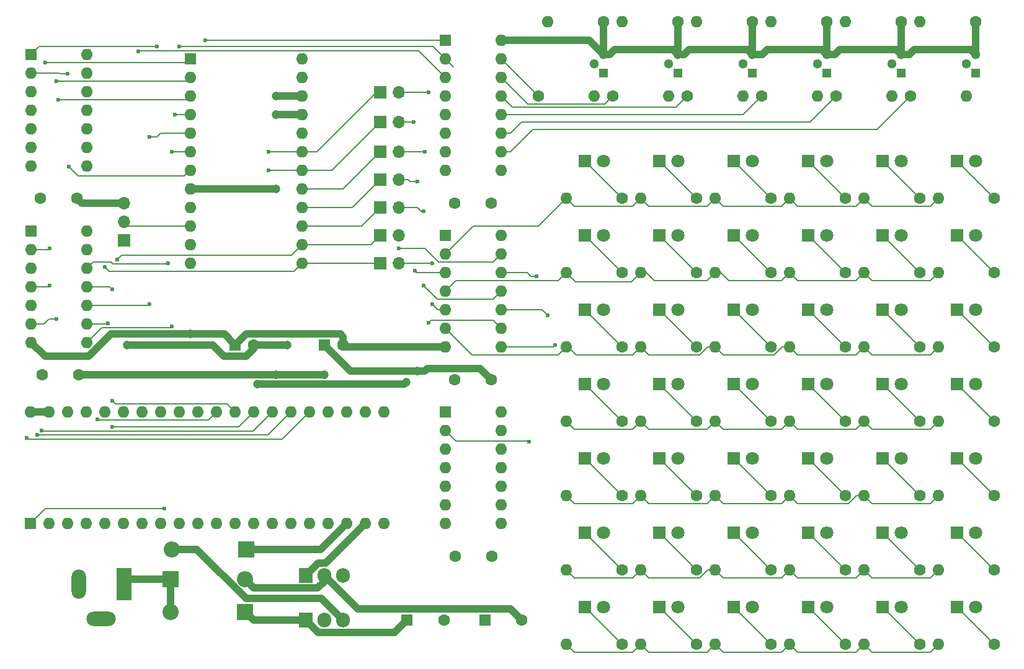
<source format=gbr>
%TF.GenerationSoftware,KiCad,Pcbnew,8.0.8*%
%TF.CreationDate,2025-02-09T10:31:20+01:00*%
%TF.ProjectId,MK23xxCharGenReadout,4d4b3233-7878-4436-9861-7247656e5265,rev?*%
%TF.SameCoordinates,Original*%
%TF.FileFunction,Copper,L1,Top*%
%TF.FilePolarity,Positive*%
%FSLAX46Y46*%
G04 Gerber Fmt 4.6, Leading zero omitted, Abs format (unit mm)*
G04 Created by KiCad (PCBNEW 8.0.8) date 2025-02-09 10:31:20*
%MOMM*%
%LPD*%
G01*
G04 APERTURE LIST*
%TA.AperFunction,ComponentPad*%
%ADD10R,1.800000X1.800000*%
%TD*%
%TA.AperFunction,ComponentPad*%
%ADD11C,1.800000*%
%TD*%
%TA.AperFunction,ComponentPad*%
%ADD12C,1.600000*%
%TD*%
%TA.AperFunction,ComponentPad*%
%ADD13O,1.600000X1.600000*%
%TD*%
%TA.AperFunction,ComponentPad*%
%ADD14R,1.600000X1.600000*%
%TD*%
%TA.AperFunction,ComponentPad*%
%ADD15R,1.700000X1.700000*%
%TD*%
%TA.AperFunction,ComponentPad*%
%ADD16O,1.700000X1.700000*%
%TD*%
%TA.AperFunction,ComponentPad*%
%ADD17R,1.300000X1.300000*%
%TD*%
%TA.AperFunction,ComponentPad*%
%ADD18C,1.300000*%
%TD*%
%TA.AperFunction,ComponentPad*%
%ADD19R,2.000000X4.500000*%
%TD*%
%TA.AperFunction,ComponentPad*%
%ADD20O,2.000000X4.000000*%
%TD*%
%TA.AperFunction,ComponentPad*%
%ADD21O,4.000000X2.000000*%
%TD*%
%TA.AperFunction,ComponentPad*%
%ADD22R,1.905000X2.000000*%
%TD*%
%TA.AperFunction,ComponentPad*%
%ADD23O,1.905000X2.000000*%
%TD*%
%TA.AperFunction,ComponentPad*%
%ADD24R,2.200000X2.200000*%
%TD*%
%TA.AperFunction,ComponentPad*%
%ADD25O,2.200000X2.200000*%
%TD*%
%TA.AperFunction,ViaPad*%
%ADD26C,1.200000*%
%TD*%
%TA.AperFunction,ViaPad*%
%ADD27C,0.600000*%
%TD*%
%TA.AperFunction,Conductor*%
%ADD28C,1.000000*%
%TD*%
%TA.AperFunction,Conductor*%
%ADD29C,0.200000*%
%TD*%
G04 APERTURE END LIST*
D10*
%TO.P,D15,1,K*%
%TO.N,Net-(D15-K)*%
X195580000Y-107950000D03*
D11*
%TO.P,D15,2,A*%
%TO.N,Net-(D11-A)*%
X198120000Y-107950000D03*
%TD*%
D10*
%TO.P,D8,1,K*%
%TO.N,Net-(D8-K)*%
X185415000Y-107950000D03*
D11*
%TO.P,D8,2,A*%
%TO.N,Net-(D10-A)*%
X187955000Y-107950000D03*
%TD*%
D10*
%TO.P,D19,1,K*%
%TO.N,Net-(D19-K)*%
X205740000Y-77470000D03*
D11*
%TO.P,D19,2,A*%
%TO.N,Net-(D18-A)*%
X208280000Y-77470000D03*
%TD*%
D12*
%TO.P,R1,1*%
%TO.N,Net-(U5-O0)*%
X179070000Y-58420000D03*
D13*
%TO.P,R1,2*%
%TO.N,Net-(Q1-B)*%
X186690000Y-58420000D03*
%TD*%
D14*
%TO.P,C1,1*%
%TO.N,Net-(D3-K)*%
X161173349Y-130048000D03*
D12*
%TO.P,C1,2*%
%TO.N,GND*%
X166173349Y-130048000D03*
%TD*%
%TO.P,C9,1*%
%TO.N,+5V*%
X116332000Y-96520000D03*
%TO.P,C9,2*%
%TO.N,GND*%
X111332000Y-96520000D03*
%TD*%
D10*
%TO.P,D45,1,K*%
%TO.N,Net-(D45-K)*%
X236220000Y-128270000D03*
D11*
%TO.P,D45,2,A*%
%TO.N,Net-(D39-A)*%
X238760000Y-128270000D03*
%TD*%
D10*
%TO.P,D7,1,K*%
%TO.N,Net-(D7-K)*%
X185415000Y-97790000D03*
D11*
%TO.P,D7,2,A*%
%TO.N,Net-(D10-A)*%
X187955000Y-97790000D03*
%TD*%
D15*
%TO.P,OUT1,1,A*%
%TO.N,/OUT1*%
X157480000Y-61976000D03*
D16*
%TO.P,OUT1,2,B*%
%TO.N,Net-(OUT1-B)*%
X160020000Y-61976000D03*
%TD*%
D14*
%TO.P,U2,1,PB12*%
%TO.N,/CARRY*%
X109728000Y-116840000D03*
D13*
%TO.P,U2,2,PB13*%
%TO.N,unconnected-(U2-PB13-Pad2)*%
X112268000Y-116840000D03*
%TO.P,U2,3,PB14*%
%TO.N,unconnected-(U2-PB14-Pad3)*%
X114808000Y-116840000D03*
%TO.P,U2,4,PB15*%
%TO.N,unconnected-(U2-PB15-Pad4)*%
X117348000Y-116840000D03*
%TO.P,U2,5,PA8*%
%TO.N,/CNT2*%
X119888000Y-116840000D03*
%TO.P,U2,6,PA9*%
%TO.N,unconnected-(U2-PA9-Pad6)*%
X122428000Y-116840000D03*
%TO.P,U2,7,PA10*%
%TO.N,unconnected-(U2-PA10-Pad7)*%
X124968000Y-116840000D03*
%TO.P,U2,8,PA11*%
%TO.N,unconnected-(U2-PA11-Pad8)*%
X127508000Y-116840000D03*
%TO.P,U2,9,PA12*%
%TO.N,unconnected-(U2-PA12-Pad9)*%
X130048000Y-116840000D03*
%TO.P,U2,10,PA15*%
%TO.N,unconnected-(U2-PA15-Pad10)*%
X132588000Y-116840000D03*
%TO.P,U2,11,PB3*%
%TO.N,unconnected-(U2-PB3-Pad11)*%
X135128000Y-116840000D03*
%TO.P,U2,12,PB4*%
%TO.N,unconnected-(U2-PB4-Pad12)*%
X137668000Y-116840000D03*
%TO.P,U2,13,PB5*%
%TO.N,/OUT0*%
X140208000Y-116840000D03*
%TO.P,U2,14,PB6*%
%TO.N,/OUT1*%
X142748000Y-116840000D03*
%TO.P,U2,15,PB7*%
%TO.N,/OUT2*%
X145288000Y-116840000D03*
%TO.P,U2,16,PB8*%
%TO.N,/OUT3*%
X147828000Y-116840000D03*
%TO.P,U2,17,PB9*%
%TO.N,/OUT4*%
X150368000Y-116840000D03*
%TO.P,U2,18,5V*%
%TO.N,Net-(D1-K)*%
X152908000Y-116840000D03*
%TO.P,U2,19,GND*%
%TO.N,GND*%
X155448000Y-116840000D03*
%TO.P,U2,20,3V3*%
%TO.N,unconnected-(U2-3V3-Pad20)*%
X157988000Y-116840000D03*
%TO.P,U2,21,VBAT*%
%TO.N,unconnected-(U2-VBAT-Pad21)*%
X157988000Y-101600000D03*
%TO.P,U2,22,PC13*%
%TO.N,unconnected-(U2-PC13-Pad22)*%
X155448000Y-101600000D03*
%TO.P,U2,23,PC14*%
%TO.N,unconnected-(U2-PC14-Pad23)*%
X152908000Y-101600000D03*
%TO.P,U2,24,PC15*%
%TO.N,unconnected-(U2-PC15-Pad24)*%
X150368000Y-101600000D03*
%TO.P,U2,25,PA0*%
%TO.N,/IN0*%
X147828000Y-101600000D03*
%TO.P,U2,26,PA1*%
%TO.N,/IN1*%
X145288000Y-101600000D03*
%TO.P,U2,27,PA2*%
%TO.N,/IN2*%
X142748000Y-101600000D03*
%TO.P,U2,28,PA3*%
%TO.N,/IN3*%
X140208000Y-101600000D03*
%TO.P,U2,29,PA4*%
%TO.N,/IN4*%
X137668000Y-101600000D03*
%TO.P,U2,30,PA5*%
%TO.N,/IN5*%
X135128000Y-101600000D03*
%TO.P,U2,31,PA6*%
%TO.N,/CNT0*%
X132588000Y-101600000D03*
%TO.P,U2,32,PA7*%
%TO.N,/CNT1*%
X130048000Y-101600000D03*
%TO.P,U2,33,PB0*%
%TO.N,/CLK*%
X127508000Y-101600000D03*
%TO.P,U2,34,PB1*%
%TO.N,unconnected-(U2-PB1-Pad34)*%
X124968000Y-101600000D03*
%TO.P,U2,35,PB10*%
%TO.N,/OUT5*%
X122428000Y-101600000D03*
%TO.P,U2,36,PB11*%
%TO.N,/OUT6*%
X119888000Y-101600000D03*
%TO.P,U2,37,NRST*%
%TO.N,unconnected-(U2-NRST-Pad37)*%
X117348000Y-101600000D03*
%TO.P,U2,38,3V3*%
%TO.N,unconnected-(U2-3V3-Pad38)*%
X114808000Y-101600000D03*
%TO.P,U2,39,GND*%
%TO.N,GND*%
X112268000Y-101600000D03*
%TO.P,U2,40,GND*%
X109728000Y-101600000D03*
%TD*%
D12*
%TO.P,R12,1*%
%TO.N,Net-(D9-K)*%
X190500000Y-123190000D03*
D13*
%TO.P,R12,2*%
%TO.N,Net-(R12-Pad2)*%
X182880000Y-123190000D03*
%TD*%
D17*
%TO.P,Q4,1,C*%
%TO.N,Net-(D25-A)*%
X218440000Y-55245000D03*
D18*
%TO.P,Q4,2,B*%
%TO.N,Net-(Q4-B)*%
X217170000Y-53975000D03*
%TO.P,Q4,3,E*%
%TO.N,+5V*%
X218440000Y-52705000D03*
%TD*%
D10*
%TO.P,D23,1,K*%
%TO.N,Net-(D23-K)*%
X205740000Y-118110000D03*
D11*
%TO.P,D23,2,A*%
%TO.N,Net-(D18-A)*%
X208280000Y-118110000D03*
%TD*%
D14*
%TO.P,U5,1,A0*%
%TO.N,/CNT0*%
X166380000Y-50800000D03*
D13*
%TO.P,U5,2,A1*%
%TO.N,/CNT1*%
X166380000Y-53340000D03*
%TO.P,U5,3,A2*%
%TO.N,/CNT2*%
X166380000Y-55880000D03*
%TO.P,U5,4,E1*%
%TO.N,GND*%
X166380000Y-58420000D03*
%TO.P,U5,5,E2*%
X166380000Y-60960000D03*
%TO.P,U5,6,E3*%
%TO.N,unconnected-(U5-E3-Pad6)*%
X166380000Y-63500000D03*
%TO.P,U5,7,O7*%
%TO.N,unconnected-(U5-O7-Pad7)*%
X166380000Y-66040000D03*
%TO.P,U5,8,GND*%
%TO.N,GND*%
X166380000Y-68580000D03*
%TO.P,U5,9,O6*%
%TO.N,unconnected-(U5-O6-Pad9)*%
X174000000Y-68580000D03*
%TO.P,U5,10,O5*%
%TO.N,Net-(U5-O5)*%
X174000000Y-66040000D03*
%TO.P,U5,11,O4*%
%TO.N,Net-(U5-O4)*%
X174000000Y-63500000D03*
%TO.P,U5,12,O3*%
%TO.N,Net-(U5-O3)*%
X174000000Y-60960000D03*
%TO.P,U5,13,O2*%
%TO.N,Net-(U5-O2)*%
X174000000Y-58420000D03*
%TO.P,U5,14,O1*%
%TO.N,Net-(U5-O1)*%
X174000000Y-55880000D03*
%TO.P,U5,15,O0*%
%TO.N,Net-(U5-O0)*%
X174000000Y-53340000D03*
%TO.P,U5,16,VCC*%
%TO.N,+5V*%
X174000000Y-50800000D03*
%TD*%
D12*
%TO.P,R37,1*%
%TO.N,Net-(D31-K)*%
X220980000Y-133350000D03*
D13*
%TO.P,R37,2*%
%TO.N,Net-(R13-Pad2)*%
X213360000Y-133350000D03*
%TD*%
D10*
%TO.P,D41,1,K*%
%TO.N,Net-(D41-K)*%
X236220000Y-87630000D03*
D11*
%TO.P,D41,2,A*%
%TO.N,Net-(D39-A)*%
X238760000Y-87630000D03*
%TD*%
D12*
%TO.P,R2,1*%
%TO.N,Net-(U5-O1)*%
X189230000Y-58420000D03*
D13*
%TO.P,R2,2*%
%TO.N,Net-(Q2-B)*%
X196850000Y-58420000D03*
%TD*%
D12*
%TO.P,R27,1*%
%TO.N,Net-(D22-K)*%
X210820000Y-113030000D03*
D13*
%TO.P,R27,2*%
%TO.N,Net-(R11-Pad2)*%
X203200000Y-113030000D03*
%TD*%
D12*
%TO.P,R43,1*%
%TO.N,Net-(D36-K)*%
X231140000Y-113030000D03*
D13*
%TO.P,R43,2*%
%TO.N,Net-(R11-Pad2)*%
X223520000Y-113030000D03*
%TD*%
D12*
%TO.P,R35,1*%
%TO.N,Net-(D29-K)*%
X220980000Y-113030000D03*
D13*
%TO.P,R35,2*%
%TO.N,Net-(R11-Pad2)*%
X213360000Y-113030000D03*
%TD*%
D10*
%TO.P,D27,1,K*%
%TO.N,Net-(D27-K)*%
X215900000Y-87630000D03*
D11*
%TO.P,D27,2,A*%
%TO.N,Net-(D25-A)*%
X218440000Y-87630000D03*
%TD*%
D12*
%TO.P,R50,1*%
%TO.N,Net-(D42-K)*%
X241300000Y-102870000D03*
D13*
%TO.P,R50,2*%
%TO.N,Net-(R10-Pad2)*%
X233680000Y-102870000D03*
%TD*%
D12*
%TO.P,R10,1*%
%TO.N,Net-(D7-K)*%
X190500000Y-102870000D03*
D13*
%TO.P,R10,2*%
%TO.N,Net-(R10-Pad2)*%
X182880000Y-102870000D03*
%TD*%
D12*
%TO.P,R20,1*%
%TO.N,Net-(D16-K)*%
X200660000Y-123190000D03*
D13*
%TO.P,R20,2*%
%TO.N,Net-(R12-Pad2)*%
X193040000Y-123190000D03*
%TD*%
D12*
%TO.P,R15,1*%
%TO.N,Net-(D11-K)*%
X200660000Y-72390000D03*
D13*
%TO.P,R15,2*%
%TO.N,Net-(R15-Pad2)*%
X193040000Y-72390000D03*
%TD*%
D10*
%TO.P,D38,1,K*%
%TO.N,Net-(D38-K)*%
X226060000Y-128270000D03*
D11*
%TO.P,D38,2,A*%
%TO.N,Net-(D32-A)*%
X228600000Y-128270000D03*
%TD*%
D10*
%TO.P,D20,1,K*%
%TO.N,Net-(D20-K)*%
X205740000Y-87630000D03*
D11*
%TO.P,D20,2,A*%
%TO.N,Net-(D18-A)*%
X208280000Y-87630000D03*
%TD*%
D10*
%TO.P,D42,1,K*%
%TO.N,Net-(D42-K)*%
X236220000Y-97790000D03*
D11*
%TO.P,D42,2,A*%
%TO.N,Net-(D39-A)*%
X238760000Y-97790000D03*
%TD*%
D10*
%TO.P,D12,1,K*%
%TO.N,Net-(D12-K)*%
X195580000Y-77470000D03*
D11*
%TO.P,D12,2,A*%
%TO.N,Net-(D11-A)*%
X198120000Y-77470000D03*
%TD*%
D14*
%TO.P,C2,1*%
%TO.N,GND*%
X171784000Y-130048000D03*
D12*
%TO.P,C2,2*%
%TO.N,Net-(D2-A)*%
X176784000Y-130048000D03*
%TD*%
D10*
%TO.P,D13,1,K*%
%TO.N,Net-(D13-K)*%
X195580000Y-87630000D03*
D11*
%TO.P,D13,2,A*%
%TO.N,Net-(D11-A)*%
X198120000Y-87630000D03*
%TD*%
D12*
%TO.P,R45,1*%
%TO.N,Net-(D38-K)*%
X231140000Y-133350000D03*
D13*
%TO.P,R45,2*%
%TO.N,Net-(R13-Pad2)*%
X223520000Y-133350000D03*
%TD*%
D12*
%TO.P,R22,1*%
%TO.N,+5V*%
X198120000Y-48260000D03*
D13*
%TO.P,R22,2*%
%TO.N,Net-(Q2-B)*%
X190500000Y-48260000D03*
%TD*%
D12*
%TO.P,R6,1*%
%TO.N,Net-(U5-O5)*%
X229870000Y-58420000D03*
D13*
%TO.P,R6,2*%
%TO.N,Net-(Q6-B)*%
X237490000Y-58420000D03*
%TD*%
D12*
%TO.P,R17,1*%
%TO.N,Net-(D13-K)*%
X200660000Y-92710000D03*
D13*
%TO.P,R17,2*%
%TO.N,Net-(R17-Pad2)*%
X193040000Y-92710000D03*
%TD*%
D12*
%TO.P,R31,1*%
%TO.N,Net-(D25-K)*%
X220980000Y-72390000D03*
D13*
%TO.P,R31,2*%
%TO.N,Net-(R15-Pad2)*%
X213360000Y-72390000D03*
%TD*%
D19*
%TO.P,J1,1*%
%TO.N,Net-(D2-K)*%
X122555000Y-125130000D03*
D20*
%TO.P,J1,2*%
%TO.N,GND*%
X116355000Y-125130000D03*
D21*
%TO.P,J1,3*%
%TO.N,unconnected-(J1-Pad3)*%
X119355000Y-129830000D03*
%TD*%
D10*
%TO.P,D6,1,K*%
%TO.N,Net-(D6-K)*%
X185415000Y-87630000D03*
D11*
%TO.P,D6,2,A*%
%TO.N,Net-(D10-A)*%
X187955000Y-87630000D03*
%TD*%
D15*
%TO.P,OUT0,1,A*%
%TO.N,/OUT0*%
X157480000Y-57912000D03*
D16*
%TO.P,OUT0,2,B*%
%TO.N,Net-(OUT0-B)*%
X160020000Y-57912000D03*
%TD*%
D14*
%TO.P,C3,1*%
%TO.N,+5V*%
X149900000Y-92456000D03*
D12*
%TO.P,C3,2*%
%TO.N,GND*%
X152400000Y-92456000D03*
%TD*%
%TO.P,R7,1*%
%TO.N,Net-(D4-K)*%
X190500000Y-72390000D03*
D13*
%TO.P,R7,2*%
%TO.N,Net-(R15-Pad2)*%
X182880000Y-72390000D03*
%TD*%
D10*
%TO.P,D18,1,K*%
%TO.N,Net-(D18-K)*%
X205740000Y-67310000D03*
D11*
%TO.P,D18,2,A*%
%TO.N,Net-(D18-A)*%
X208280000Y-67310000D03*
%TD*%
D12*
%TO.P,R48,1*%
%TO.N,Net-(D40-K)*%
X241300000Y-82550000D03*
D13*
%TO.P,R48,2*%
%TO.N,Net-(R16-Pad2)*%
X233680000Y-82550000D03*
%TD*%
D10*
%TO.P,D29,1,K*%
%TO.N,Net-(D29-K)*%
X215900000Y-107950000D03*
D11*
%TO.P,D29,2,A*%
%TO.N,Net-(D25-A)*%
X218440000Y-107950000D03*
%TD*%
D22*
%TO.P,U9,1,GND*%
%TO.N,GND*%
X147320000Y-123952000D03*
D23*
%TO.P,U9,2,VI*%
%TO.N,Net-(D2-A)*%
X149860000Y-123952000D03*
%TO.P,U9,3,VO*%
%TO.N,-12V*%
X152400000Y-123952000D03*
%TD*%
D10*
%TO.P,D39,1,K*%
%TO.N,Net-(D39-K)*%
X236220000Y-67310000D03*
D11*
%TO.P,D39,2,A*%
%TO.N,Net-(D39-A)*%
X238760000Y-67310000D03*
%TD*%
D12*
%TO.P,R52,1*%
%TO.N,Net-(D44-K)*%
X241300000Y-123190000D03*
D13*
%TO.P,R52,2*%
%TO.N,Net-(R12-Pad2)*%
X233680000Y-123190000D03*
%TD*%
D12*
%TO.P,R8,1*%
%TO.N,Net-(D5-K)*%
X190500000Y-82550000D03*
D13*
%TO.P,R8,2*%
%TO.N,Net-(R16-Pad2)*%
X182880000Y-82550000D03*
%TD*%
D12*
%TO.P,R54,1*%
%TO.N,+5V*%
X238760000Y-48260000D03*
D13*
%TO.P,R54,2*%
%TO.N,Net-(Q6-B)*%
X231140000Y-48260000D03*
%TD*%
D10*
%TO.P,D40,1,K*%
%TO.N,Net-(D40-K)*%
X236220000Y-77470000D03*
D11*
%TO.P,D40,2,A*%
%TO.N,Net-(D39-A)*%
X238760000Y-77470000D03*
%TD*%
D12*
%TO.P,R11,1*%
%TO.N,Net-(D8-K)*%
X190500000Y-113030000D03*
D13*
%TO.P,R11,2*%
%TO.N,Net-(R11-Pad2)*%
X182880000Y-113030000D03*
%TD*%
D10*
%TO.P,D35,1,K*%
%TO.N,Net-(D35-K)*%
X226060000Y-97790000D03*
D11*
%TO.P,D35,2,A*%
%TO.N,Net-(D32-A)*%
X228600000Y-97790000D03*
%TD*%
D12*
%TO.P,C4,1*%
%TO.N,+5V*%
X172680000Y-73025000D03*
%TO.P,C4,2*%
%TO.N,GND*%
X167680000Y-73025000D03*
%TD*%
D24*
%TO.P,D1,1,K*%
%TO.N,Net-(D1-K)*%
X139192000Y-120396000D03*
D25*
%TO.P,D1,2,A*%
%TO.N,+5V*%
X129032000Y-120396000D03*
%TD*%
D12*
%TO.P,R40,1*%
%TO.N,Net-(D33-K)*%
X231140000Y-82550000D03*
D13*
%TO.P,R40,2*%
%TO.N,Net-(R16-Pad2)*%
X223520000Y-82550000D03*
%TD*%
D14*
%TO.P,C7,1*%
%TO.N,GND*%
X137708000Y-92456000D03*
D12*
%TO.P,C7,2*%
%TO.N,-12V*%
X140208000Y-92456000D03*
%TD*%
D10*
%TO.P,D22,1,K*%
%TO.N,Net-(D22-K)*%
X205740000Y-107950000D03*
D11*
%TO.P,D22,2,A*%
%TO.N,Net-(D18-A)*%
X208280000Y-107950000D03*
%TD*%
D15*
%TO.P,OUT2,1,A*%
%TO.N,/OUT2*%
X157480000Y-66040000D03*
D16*
%TO.P,OUT2,2,B*%
%TO.N,Net-(OUT2-B)*%
X160020000Y-66040000D03*
%TD*%
D12*
%TO.P,R3,1*%
%TO.N,Net-(U5-O2)*%
X199390000Y-58420000D03*
D13*
%TO.P,R3,2*%
%TO.N,Net-(Q3-B)*%
X207010000Y-58420000D03*
%TD*%
D10*
%TO.P,D32,1,K*%
%TO.N,Net-(D32-K)*%
X226060000Y-67310000D03*
D11*
%TO.P,D32,2,A*%
%TO.N,Net-(D32-A)*%
X228600000Y-67310000D03*
%TD*%
D10*
%TO.P,D24,1,K*%
%TO.N,Net-(D24-K)*%
X205740000Y-128270000D03*
D11*
%TO.P,D24,2,A*%
%TO.N,Net-(D18-A)*%
X208280000Y-128270000D03*
%TD*%
D12*
%TO.P,C5,1*%
%TO.N,+5V*%
X172640000Y-97155000D03*
%TO.P,C5,2*%
%TO.N,GND*%
X167640000Y-97155000D03*
%TD*%
%TO.P,R49,1*%
%TO.N,Net-(D41-K)*%
X241300000Y-92710000D03*
D13*
%TO.P,R49,2*%
%TO.N,Net-(R17-Pad2)*%
X233680000Y-92710000D03*
%TD*%
D12*
%TO.P,R13,1*%
%TO.N,Net-(D10-K)*%
X190500000Y-133350000D03*
D13*
%TO.P,R13,2*%
%TO.N,Net-(R13-Pad2)*%
X182880000Y-133350000D03*
%TD*%
D12*
%TO.P,R19,1*%
%TO.N,Net-(D15-K)*%
X200660000Y-113030000D03*
D13*
%TO.P,R19,2*%
%TO.N,Net-(R11-Pad2)*%
X193040000Y-113030000D03*
%TD*%
D12*
%TO.P,R26,1*%
%TO.N,Net-(D21-K)*%
X210820000Y-102870000D03*
D13*
%TO.P,R26,2*%
%TO.N,Net-(R10-Pad2)*%
X203200000Y-102870000D03*
%TD*%
D12*
%TO.P,R46,1*%
%TO.N,+5V*%
X228600000Y-48260000D03*
D13*
%TO.P,R46,2*%
%TO.N,Net-(Q5-B)*%
X220980000Y-48260000D03*
%TD*%
D12*
%TO.P,R42,1*%
%TO.N,Net-(D35-K)*%
X231140000Y-102870000D03*
D13*
%TO.P,R42,2*%
%TO.N,Net-(R10-Pad2)*%
X223520000Y-102870000D03*
%TD*%
D10*
%TO.P,D5,1,K*%
%TO.N,Net-(D5-K)*%
X185420000Y-77470000D03*
D11*
%TO.P,D5,2,A*%
%TO.N,Net-(D10-A)*%
X187960000Y-77470000D03*
%TD*%
D12*
%TO.P,C8,1*%
%TO.N,+5V*%
X116125000Y-72390000D03*
%TO.P,C8,2*%
%TO.N,GND*%
X111125000Y-72390000D03*
%TD*%
D15*
%TO.P,OUT5,1,A*%
%TO.N,/OUT5*%
X157475000Y-77470000D03*
D16*
%TO.P,OUT5,2,B*%
%TO.N,Net-(OUT5-B)*%
X160015000Y-77470000D03*
%TD*%
D12*
%TO.P,R23,1*%
%TO.N,Net-(D18-K)*%
X210820000Y-72390000D03*
D13*
%TO.P,R23,2*%
%TO.N,Net-(R15-Pad2)*%
X203200000Y-72390000D03*
%TD*%
D10*
%TO.P,D25,1,K*%
%TO.N,Net-(D25-K)*%
X215895000Y-67310000D03*
D11*
%TO.P,D25,2,A*%
%TO.N,Net-(D25-A)*%
X218435000Y-67310000D03*
%TD*%
D17*
%TO.P,Q6,1,C*%
%TO.N,Net-(D39-A)*%
X238760000Y-55245000D03*
D18*
%TO.P,Q6,2,B*%
%TO.N,Net-(Q6-B)*%
X237490000Y-53975000D03*
%TO.P,Q6,3,E*%
%TO.N,+5V*%
X238760000Y-52705000D03*
%TD*%
D12*
%TO.P,R16,1*%
%TO.N,Net-(D12-K)*%
X200660000Y-82550000D03*
D13*
%TO.P,R16,2*%
%TO.N,Net-(R16-Pad2)*%
X193040000Y-82550000D03*
%TD*%
D15*
%TO.P,OUT4,1,A*%
%TO.N,/OUT4*%
X157475000Y-73660000D03*
D16*
%TO.P,OUT4,2,B*%
%TO.N,Net-(OUT4-B)*%
X160015000Y-73660000D03*
%TD*%
D12*
%TO.P,R30,1*%
%TO.N,+5V*%
X208280000Y-48260000D03*
D13*
%TO.P,R30,2*%
%TO.N,Net-(Q3-B)*%
X200660000Y-48260000D03*
%TD*%
D12*
%TO.P,R32,1*%
%TO.N,Net-(D26-K)*%
X220980000Y-82550000D03*
D13*
%TO.P,R32,2*%
%TO.N,Net-(R16-Pad2)*%
X213360000Y-82550000D03*
%TD*%
D10*
%TO.P,D44,1,K*%
%TO.N,Net-(D44-K)*%
X236220000Y-118110000D03*
D11*
%TO.P,D44,2,A*%
%TO.N,Net-(D39-A)*%
X238760000Y-118110000D03*
%TD*%
D10*
%TO.P,D37,1,K*%
%TO.N,Net-(D37-K)*%
X226060000Y-118110000D03*
D11*
%TO.P,D37,2,A*%
%TO.N,Net-(D32-A)*%
X228600000Y-118110000D03*
%TD*%
D10*
%TO.P,D26,1,K*%
%TO.N,Net-(D26-K)*%
X215900000Y-77470000D03*
D11*
%TO.P,D26,2,A*%
%TO.N,Net-(D25-A)*%
X218440000Y-77470000D03*
%TD*%
D15*
%TO.P,JP1,1,A*%
%TO.N,-12V*%
X122555000Y-78105000D03*
D16*
%TO.P,JP1,2,C*%
%TO.N,Net-(JP1-C)*%
X122555000Y-75565000D03*
%TO.P,JP1,3,B*%
%TO.N,+5V*%
X122555000Y-73025000D03*
%TD*%
D10*
%TO.P,D17,1,K*%
%TO.N,Net-(D17-K)*%
X195580000Y-128270000D03*
D11*
%TO.P,D17,2,A*%
%TO.N,Net-(D11-A)*%
X198120000Y-128270000D03*
%TD*%
D12*
%TO.P,R9,1*%
%TO.N,Net-(D6-K)*%
X190500000Y-92710000D03*
D13*
%TO.P,R9,2*%
%TO.N,Net-(R17-Pad2)*%
X182880000Y-92710000D03*
%TD*%
D10*
%TO.P,D34,1,K*%
%TO.N,Net-(D34-K)*%
X226055000Y-87630000D03*
D11*
%TO.P,D34,2,A*%
%TO.N,Net-(D32-A)*%
X228595000Y-87630000D03*
%TD*%
D12*
%TO.P,R36,1*%
%TO.N,Net-(D30-K)*%
X220980000Y-123190000D03*
D13*
%TO.P,R36,2*%
%TO.N,Net-(R12-Pad2)*%
X213360000Y-123190000D03*
%TD*%
D14*
%TO.P,U3,1*%
%TO.N,/CLK*%
X109855000Y-52705000D03*
D13*
%TO.P,U3,2*%
%TO.N,Net-(U4-CLK)*%
X109855000Y-55245000D03*
%TO.P,U3,3*%
%TO.N,unconnected-(U3-Pad3)*%
X109855000Y-57785000D03*
%TO.P,U3,4*%
%TO.N,unconnected-(U3-Pad4)*%
X109855000Y-60325000D03*
%TO.P,U3,5*%
%TO.N,unconnected-(U3-Pad5)*%
X109855000Y-62865000D03*
%TO.P,U3,6*%
%TO.N,unconnected-(U3-Pad6)*%
X109855000Y-65405000D03*
%TO.P,U3,7,GND*%
%TO.N,GND*%
X109855000Y-67945000D03*
%TO.P,U3,8*%
%TO.N,unconnected-(U3-Pad8)*%
X117475000Y-67945000D03*
%TO.P,U3,9*%
%TO.N,unconnected-(U3-Pad9)*%
X117475000Y-65405000D03*
%TO.P,U3,10*%
%TO.N,unconnected-(U3-Pad10)*%
X117475000Y-62865000D03*
%TO.P,U3,11*%
%TO.N,unconnected-(U3-Pad11)*%
X117475000Y-60325000D03*
%TO.P,U3,12*%
%TO.N,unconnected-(U3-Pad12)*%
X117475000Y-57785000D03*
%TO.P,U3,13*%
%TO.N,unconnected-(U3-Pad13)*%
X117475000Y-55245000D03*
%TO.P,U3,14,VCC*%
%TO.N,+5V*%
X117475000Y-52705000D03*
%TD*%
D12*
%TO.P,R38,1*%
%TO.N,+5V*%
X218440000Y-48260000D03*
D13*
%TO.P,R38,2*%
%TO.N,Net-(Q4-B)*%
X210820000Y-48260000D03*
%TD*%
D10*
%TO.P,D21,1,K*%
%TO.N,Net-(D21-K)*%
X205740000Y-97790000D03*
D11*
%TO.P,D21,2,A*%
%TO.N,Net-(D18-A)*%
X208280000Y-97790000D03*
%TD*%
D12*
%TO.P,R14,1*%
%TO.N,+5V*%
X187960000Y-48260000D03*
D13*
%TO.P,R14,2*%
%TO.N,Net-(Q1-B)*%
X180340000Y-48260000D03*
%TD*%
D14*
%TO.P,U7,1*%
%TO.N,Net-(OUT0-B)*%
X166380000Y-77465000D03*
D13*
%TO.P,U7,2*%
%TO.N,Net-(R15-Pad2)*%
X166380000Y-80005000D03*
%TO.P,U7,3*%
%TO.N,Net-(OUT1-B)*%
X166380000Y-82545000D03*
%TO.P,U7,4*%
%TO.N,Net-(R16-Pad2)*%
X166380000Y-85085000D03*
%TO.P,U7,5*%
%TO.N,Net-(OUT2-B)*%
X166380000Y-87625000D03*
%TO.P,U7,6*%
%TO.N,Net-(R17-Pad2)*%
X166380000Y-90165000D03*
%TO.P,U7,7,GND*%
%TO.N,GND*%
X166380000Y-92705000D03*
%TO.P,U7,8*%
%TO.N,Net-(R10-Pad2)*%
X174000000Y-92705000D03*
%TO.P,U7,9*%
%TO.N,Net-(OUT3-B)*%
X174000000Y-90165000D03*
%TO.P,U7,10*%
%TO.N,Net-(R11-Pad2)*%
X174000000Y-87625000D03*
%TO.P,U7,11*%
%TO.N,Net-(OUT4-B)*%
X174000000Y-85085000D03*
%TO.P,U7,12*%
%TO.N,Net-(R12-Pad2)*%
X174000000Y-82545000D03*
%TO.P,U7,13*%
%TO.N,Net-(OUT5-B)*%
X174000000Y-80005000D03*
%TO.P,U7,14,VCC*%
%TO.N,+5V*%
X174000000Y-77465000D03*
%TD*%
D12*
%TO.P,R21,1*%
%TO.N,Net-(D17-K)*%
X200660000Y-133350000D03*
D13*
%TO.P,R21,2*%
%TO.N,Net-(R13-Pad2)*%
X193040000Y-133350000D03*
%TD*%
D14*
%TO.P,U1,1*%
%TO.N,/IN0*%
X109855000Y-76830000D03*
D13*
%TO.P,U1,2*%
%TO.N,Net-(U4-A1)*%
X109855000Y-79370000D03*
%TO.P,U1,3*%
%TO.N,/IN1*%
X109855000Y-81910000D03*
%TO.P,U1,4*%
%TO.N,Net-(U4-A2)*%
X109855000Y-84450000D03*
%TO.P,U1,5*%
%TO.N,/IN2*%
X109855000Y-86990000D03*
%TO.P,U1,6*%
%TO.N,Net-(U4-A3)*%
X109855000Y-89530000D03*
%TO.P,U1,7,GND*%
%TO.N,GND*%
X109855000Y-92070000D03*
%TO.P,U1,8*%
%TO.N,Net-(U4-A4)*%
X117475000Y-92070000D03*
%TO.P,U1,9*%
%TO.N,/IN3*%
X117475000Y-89530000D03*
%TO.P,U1,10*%
%TO.N,Net-(U4-A5)*%
X117475000Y-86990000D03*
%TO.P,U1,11*%
%TO.N,/IN4*%
X117475000Y-84450000D03*
%TO.P,U1,12*%
%TO.N,Net-(U4-A6)*%
X117475000Y-81910000D03*
%TO.P,U1,13*%
%TO.N,/IN5*%
X117475000Y-79370000D03*
%TO.P,U1,14,VCC*%
%TO.N,+5V*%
X117475000Y-76830000D03*
%TD*%
D10*
%TO.P,D30,1,K*%
%TO.N,Net-(D30-K)*%
X215900000Y-118110000D03*
D11*
%TO.P,D30,2,A*%
%TO.N,Net-(D25-A)*%
X218440000Y-118110000D03*
%TD*%
D15*
%TO.P,OUT3,1,A*%
%TO.N,/OUT3*%
X157480000Y-69850000D03*
D16*
%TO.P,OUT3,2,B*%
%TO.N,Net-(OUT3-B)*%
X160020000Y-69850000D03*
%TD*%
D12*
%TO.P,R5,1*%
%TO.N,Net-(U5-O4)*%
X219710000Y-58420000D03*
D13*
%TO.P,R5,2*%
%TO.N,Net-(Q5-B)*%
X227330000Y-58420000D03*
%TD*%
D10*
%TO.P,D10,1,K*%
%TO.N,Net-(D10-K)*%
X185415000Y-128270000D03*
D11*
%TO.P,D10,2,A*%
%TO.N,Net-(D10-A)*%
X187955000Y-128270000D03*
%TD*%
D24*
%TO.P,D3,1,K*%
%TO.N,Net-(D3-K)*%
X139065000Y-128905000D03*
D25*
%TO.P,D3,2,A*%
%TO.N,Net-(D2-K)*%
X128905000Y-128905000D03*
%TD*%
D10*
%TO.P,D14,1,K*%
%TO.N,Net-(D14-K)*%
X195580000Y-97790000D03*
D11*
%TO.P,D14,2,A*%
%TO.N,Net-(D11-A)*%
X198120000Y-97790000D03*
%TD*%
D12*
%TO.P,R29,1*%
%TO.N,Net-(D24-K)*%
X210820000Y-133350000D03*
D13*
%TO.P,R29,2*%
%TO.N,Net-(R13-Pad2)*%
X203200000Y-133350000D03*
%TD*%
D10*
%TO.P,D11,1,K*%
%TO.N,Net-(D11-K)*%
X195580000Y-67310000D03*
D11*
%TO.P,D11,2,A*%
%TO.N,Net-(D11-A)*%
X198120000Y-67310000D03*
%TD*%
D12*
%TO.P,R41,1*%
%TO.N,Net-(D34-K)*%
X231140000Y-92710000D03*
D13*
%TO.P,R41,2*%
%TO.N,Net-(R17-Pad2)*%
X223520000Y-92710000D03*
%TD*%
D10*
%TO.P,D4,1,K*%
%TO.N,Net-(D4-K)*%
X185420000Y-67310000D03*
D11*
%TO.P,D4,2,A*%
%TO.N,Net-(D10-A)*%
X187960000Y-67310000D03*
%TD*%
D12*
%TO.P,R33,1*%
%TO.N,Net-(D27-K)*%
X220980000Y-92710000D03*
D13*
%TO.P,R33,2*%
%TO.N,Net-(R17-Pad2)*%
X213360000Y-92710000D03*
%TD*%
D12*
%TO.P,R25,1*%
%TO.N,Net-(D20-K)*%
X210820000Y-92710000D03*
D13*
%TO.P,R25,2*%
%TO.N,Net-(R17-Pad2)*%
X203200000Y-92710000D03*
%TD*%
D12*
%TO.P,R44,1*%
%TO.N,Net-(D37-K)*%
X231140000Y-123190000D03*
D13*
%TO.P,R44,2*%
%TO.N,Net-(R12-Pad2)*%
X223520000Y-123190000D03*
%TD*%
D14*
%TO.P,U8,1*%
%TO.N,Net-(OUT6-B)*%
X166380000Y-101595000D03*
D13*
%TO.P,U8,2*%
%TO.N,Net-(R13-Pad2)*%
X166380000Y-104135000D03*
%TO.P,U8,3*%
%TO.N,unconnected-(U8-Pad3)*%
X166380000Y-106675000D03*
%TO.P,U8,4*%
%TO.N,unconnected-(U8-Pad4)*%
X166380000Y-109215000D03*
%TO.P,U8,5*%
%TO.N,unconnected-(U8-Pad5)*%
X166380000Y-111755000D03*
%TO.P,U8,6*%
%TO.N,unconnected-(U8-Pad6)*%
X166380000Y-114295000D03*
%TO.P,U8,7,GND*%
%TO.N,GND*%
X166380000Y-116835000D03*
%TO.P,U8,8*%
%TO.N,unconnected-(U8-Pad8)*%
X174000000Y-116835000D03*
%TO.P,U8,9*%
%TO.N,unconnected-(U8-Pad9)*%
X174000000Y-114295000D03*
%TO.P,U8,10*%
%TO.N,unconnected-(U8-Pad10)*%
X174000000Y-111755000D03*
%TO.P,U8,11*%
%TO.N,unconnected-(U8-Pad11)*%
X174000000Y-109215000D03*
%TO.P,U8,12*%
%TO.N,unconnected-(U8-Pad12)*%
X174000000Y-106675000D03*
%TO.P,U8,13*%
%TO.N,unconnected-(U8-Pad13)*%
X174000000Y-104135000D03*
%TO.P,U8,14,VCC*%
%TO.N,+5V*%
X174000000Y-101595000D03*
%TD*%
D22*
%TO.P,U6,1,IN*%
%TO.N,Net-(D3-K)*%
X147320000Y-130048000D03*
D23*
%TO.P,U6,2,GND*%
%TO.N,GND*%
X149860000Y-130048000D03*
%TO.P,U6,3,OUT*%
%TO.N,+5V*%
X152400000Y-130048000D03*
%TD*%
D10*
%TO.P,D36,1,K*%
%TO.N,Net-(D36-K)*%
X226060000Y-107950000D03*
D11*
%TO.P,D36,2,A*%
%TO.N,Net-(D32-A)*%
X228600000Y-107950000D03*
%TD*%
D10*
%TO.P,D33,1,K*%
%TO.N,Net-(D33-K)*%
X226060000Y-77470000D03*
D11*
%TO.P,D33,2,A*%
%TO.N,Net-(D32-A)*%
X228600000Y-77470000D03*
%TD*%
D12*
%TO.P,R28,1*%
%TO.N,Net-(D23-K)*%
X210820000Y-123190000D03*
D13*
%TO.P,R28,2*%
%TO.N,Net-(R12-Pad2)*%
X203200000Y-123190000D03*
%TD*%
D12*
%TO.P,R47,1*%
%TO.N,Net-(D39-K)*%
X241300000Y-72390000D03*
D13*
%TO.P,R47,2*%
%TO.N,Net-(R15-Pad2)*%
X233680000Y-72390000D03*
%TD*%
D12*
%TO.P,C6,1*%
%TO.N,+5V*%
X172720000Y-121285000D03*
%TO.P,C6,2*%
%TO.N,GND*%
X167720000Y-121285000D03*
%TD*%
D10*
%TO.P,D31,1,K*%
%TO.N,Net-(D31-K)*%
X215900000Y-128270000D03*
D11*
%TO.P,D31,2,A*%
%TO.N,Net-(D25-A)*%
X218440000Y-128270000D03*
%TD*%
D17*
%TO.P,Q3,1,C*%
%TO.N,Net-(D18-A)*%
X208280000Y-55245000D03*
D18*
%TO.P,Q3,2,B*%
%TO.N,Net-(Q3-B)*%
X207010000Y-53975000D03*
%TO.P,Q3,3,E*%
%TO.N,+5V*%
X208280000Y-52705000D03*
%TD*%
D12*
%TO.P,R51,1*%
%TO.N,Net-(D43-K)*%
X241300000Y-113030000D03*
D13*
%TO.P,R51,2*%
%TO.N,Net-(R11-Pad2)*%
X233680000Y-113030000D03*
%TD*%
D12*
%TO.P,R53,1*%
%TO.N,Net-(D45-K)*%
X241300000Y-133350000D03*
D13*
%TO.P,R53,2*%
%TO.N,Net-(R13-Pad2)*%
X233680000Y-133350000D03*
%TD*%
D24*
%TO.P,D2,1,K*%
%TO.N,Net-(D2-K)*%
X128905000Y-124460000D03*
D25*
%TO.P,D2,2,A*%
%TO.N,Net-(D2-A)*%
X139065000Y-124460000D03*
%TD*%
D17*
%TO.P,Q5,1,C*%
%TO.N,Net-(D32-A)*%
X228600000Y-55245000D03*
D18*
%TO.P,Q5,2,B*%
%TO.N,Net-(Q5-B)*%
X227330000Y-53975000D03*
%TO.P,Q5,3,E*%
%TO.N,+5V*%
X228600000Y-52705000D03*
%TD*%
D14*
%TO.P,U4,1,A1*%
%TO.N,Net-(U4-A1)*%
X131572000Y-53335000D03*
D13*
%TO.P,U4,2,A2*%
%TO.N,Net-(U4-A2)*%
X131572000Y-55875000D03*
%TO.P,U4,3,A3*%
%TO.N,Net-(U4-A3)*%
X131572000Y-58415000D03*
%TO.P,U4,4,A4*%
%TO.N,Net-(U4-A4)*%
X131572000Y-60955000D03*
%TO.P,U4,5,A5*%
%TO.N,Net-(U4-A5)*%
X131572000Y-63495000D03*
%TO.P,U4,6,A6*%
%TO.N,Net-(U4-A6)*%
X131572000Y-66035000D03*
%TO.P,U4,7,CLK*%
%TO.N,Net-(U4-CLK)*%
X131572000Y-68575000D03*
%TO.P,U4,8,RESET*%
%TO.N,+5V*%
X131572000Y-71115000D03*
%TO.P,U4,9,NC*%
%TO.N,unconnected-(U4-NC-Pad9)*%
X131572000Y-73655000D03*
%TO.P,U4,10,CNTRL*%
%TO.N,Net-(JP1-C)*%
X131572000Y-76195000D03*
%TO.P,U4,11,OUTPUT*%
%TO.N,/CARRY*%
X131572000Y-78735000D03*
%TO.P,U4,12,VDD(GND)*%
%TO.N,GND*%
X131572000Y-81275000D03*
%TO.P,U4,13,OUT7*%
%TO.N,/OUT6*%
X146812000Y-81275000D03*
%TO.P,U4,14,OUT6*%
%TO.N,/OUT5*%
X146812000Y-78735000D03*
%TO.P,U4,15,OUT5*%
%TO.N,/OUT4*%
X146812000Y-76195000D03*
%TO.P,U4,16,OUT4*%
%TO.N,/OUT3*%
X146812000Y-73655000D03*
%TO.P,U4,17,OUT3*%
%TO.N,/OUT2*%
X146812000Y-71115000D03*
%TO.P,U4,18,OUT2*%
%TO.N,/OUT1*%
X146812000Y-68575000D03*
%TO.P,U4,19,OUT1*%
%TO.N,/OUT0*%
X146812000Y-66035000D03*
%TO.P,U4,20,NC*%
%TO.N,unconnected-(U4-NC-Pad20)*%
X146812000Y-63495000D03*
%TO.P,U4,21,OE*%
%TO.N,+5V*%
X146812000Y-60955000D03*
%TO.P,U4,22,BLANKING*%
X146812000Y-58415000D03*
%TO.P,U4,23,VGG(-12V)*%
%TO.N,-12V*%
X146812000Y-55875000D03*
%TO.P,U4,24,VSS(+5V)*%
%TO.N,+5V*%
X146812000Y-53335000D03*
%TD*%
D12*
%TO.P,R39,1*%
%TO.N,Net-(D32-K)*%
X231140000Y-72390000D03*
D13*
%TO.P,R39,2*%
%TO.N,Net-(R15-Pad2)*%
X223520000Y-72390000D03*
%TD*%
D15*
%TO.P,OUT6,1,A*%
%TO.N,/OUT6*%
X157480000Y-81280000D03*
D16*
%TO.P,OUT6,2,B*%
%TO.N,Net-(OUT6-B)*%
X160020000Y-81280000D03*
%TD*%
D12*
%TO.P,R34,1*%
%TO.N,Net-(D28-K)*%
X220980000Y-102870000D03*
D13*
%TO.P,R34,2*%
%TO.N,Net-(R10-Pad2)*%
X213360000Y-102870000D03*
%TD*%
D12*
%TO.P,R4,1*%
%TO.N,Net-(U5-O3)*%
X209550000Y-58420000D03*
D13*
%TO.P,R4,2*%
%TO.N,Net-(Q4-B)*%
X217170000Y-58420000D03*
%TD*%
D10*
%TO.P,D16,1,K*%
%TO.N,Net-(D16-K)*%
X195580000Y-118110000D03*
D11*
%TO.P,D16,2,A*%
%TO.N,Net-(D11-A)*%
X198120000Y-118110000D03*
%TD*%
D17*
%TO.P,Q2,1,C*%
%TO.N,Net-(D11-A)*%
X198120000Y-55245000D03*
D18*
%TO.P,Q2,2,B*%
%TO.N,Net-(Q2-B)*%
X196850000Y-53975000D03*
%TO.P,Q2,3,E*%
%TO.N,+5V*%
X198120000Y-52705000D03*
%TD*%
D17*
%TO.P,Q1,1,C*%
%TO.N,Net-(D10-A)*%
X187960000Y-55245000D03*
D18*
%TO.P,Q1,2,B*%
%TO.N,Net-(Q1-B)*%
X186690000Y-53975000D03*
%TO.P,Q1,3,E*%
%TO.N,+5V*%
X187960000Y-52705000D03*
%TD*%
D10*
%TO.P,D9,1,K*%
%TO.N,Net-(D9-K)*%
X185420000Y-118110000D03*
D11*
%TO.P,D9,2,A*%
%TO.N,Net-(D10-A)*%
X187960000Y-118110000D03*
%TD*%
D10*
%TO.P,D28,1,K*%
%TO.N,Net-(D28-K)*%
X215900000Y-97790000D03*
D11*
%TO.P,D28,2,A*%
%TO.N,Net-(D25-A)*%
X218440000Y-97790000D03*
%TD*%
D12*
%TO.P,R18,1*%
%TO.N,Net-(D14-K)*%
X200660000Y-102870000D03*
D13*
%TO.P,R18,2*%
%TO.N,Net-(R10-Pad2)*%
X193040000Y-102870000D03*
%TD*%
D12*
%TO.P,R24,1*%
%TO.N,Net-(D19-K)*%
X210820000Y-82550000D03*
D13*
%TO.P,R24,2*%
%TO.N,Net-(R16-Pad2)*%
X203200000Y-82550000D03*
%TD*%
D10*
%TO.P,D43,1,K*%
%TO.N,Net-(D43-K)*%
X236220000Y-107950000D03*
D11*
%TO.P,D43,2,A*%
%TO.N,Net-(D39-A)*%
X238760000Y-107950000D03*
%TD*%
D26*
%TO.N,GND*%
X131572000Y-90956000D03*
%TO.N,+5V*%
X149860000Y-96520000D03*
X143256000Y-71120000D03*
X143256000Y-60960000D03*
X143256000Y-96520000D03*
X143256000Y-58420000D03*
X162560000Y-96012000D03*
%TO.N,-12V*%
X122936000Y-92456000D03*
X140716000Y-97820000D03*
X161036000Y-97536000D03*
X144780000Y-92456000D03*
D27*
%TO.N,/OUT1*%
X142256000Y-68580000D03*
%TO.N,/OUT0*%
X142240000Y-66040000D03*
%TO.N,/OUT5*%
X121555000Y-80772000D03*
%TO.N,/OUT6*%
X119888000Y-81788000D03*
%TO.N,Net-(R10-Pad2)*%
X181356000Y-92456000D03*
%TO.N,Net-(R11-Pad2)*%
X180340000Y-88392000D03*
%TO.N,Net-(R12-Pad2)*%
X178816000Y-83045000D03*
%TO.N,Net-(R13-Pad2)*%
X177800000Y-105664000D03*
%TO.N,/IN5*%
X118872000Y-102616000D03*
%TO.N,/IN3*%
X120304000Y-89500000D03*
X120904000Y-103632000D03*
%TO.N,Net-(U4-A6)*%
X129032000Y-66040000D03*
X128524000Y-81280000D03*
%TO.N,/IN0*%
X109220000Y-105156000D03*
%TO.N,/IN2*%
X111252000Y-104140000D03*
%TO.N,/IN1*%
X110686313Y-104705687D03*
%TO.N,Net-(U4-A1)*%
X112355000Y-79248000D03*
X111760000Y-53848000D03*
%TO.N,Net-(U4-A5)*%
X125984000Y-64008000D03*
X125984000Y-86868000D03*
%TO.N,Net-(U4-A4)*%
X129032000Y-89916000D03*
X129448000Y-60960000D03*
%TO.N,/IN4*%
X120904000Y-100076000D03*
X120904000Y-84836000D03*
%TO.N,Net-(U4-A3)*%
X113284000Y-88900000D03*
X113555000Y-58928000D03*
%TO.N,Net-(U4-A2)*%
X113284000Y-56388000D03*
X112355000Y-84328000D03*
%TO.N,/CNT2*%
X124460000Y-52324000D03*
%TO.N,/CARRY*%
X128016000Y-114808000D03*
%TO.N,/CNT0*%
X133604000Y-50800000D03*
%TO.N,/CLK*%
X127000000Y-51635000D03*
%TO.N,/CNT1*%
X130048000Y-51635000D03*
%TO.N,Net-(U4-CLK)*%
X114808000Y-55372000D03*
X114975000Y-68072000D03*
%TO.N,Net-(OUT0-B)*%
X164084000Y-57912000D03*
%TO.N,Net-(OUT1-B)*%
X162052000Y-61976000D03*
X162192000Y-82296000D03*
%TO.N,Net-(OUT2-B)*%
X163576000Y-66040000D03*
X164592000Y-86868000D03*
%TO.N,Net-(OUT3-B)*%
X162560000Y-70104000D03*
X164084000Y-89408000D03*
%TO.N,Net-(OUT4-B)*%
X163392000Y-84328000D03*
X163392000Y-74168000D03*
%TO.N,Net-(OUT5-B)*%
X160020000Y-79248000D03*
%TO.N,Net-(OUT6-B)*%
X164592000Y-81280000D03*
%TD*%
D28*
%TO.N,Net-(D3-K)*%
X140208000Y-130048000D02*
X139065000Y-128905000D01*
X147320000Y-130048000D02*
X140208000Y-130048000D01*
X149020000Y-131748000D02*
X159473349Y-131748000D01*
X159473349Y-131748000D02*
X161173349Y-130048000D01*
X147320000Y-130048000D02*
X149020000Y-131748000D01*
%TO.N,GND*%
X111765000Y-93980000D02*
X109855000Y-92070000D01*
X117686321Y-93980000D02*
X111765000Y-93980000D01*
X120710321Y-90956000D02*
X117686321Y-93980000D01*
X137708000Y-92456000D02*
X136208000Y-90956000D01*
X152400000Y-91324630D02*
X152031370Y-90956000D01*
X166380000Y-92705000D02*
X152649000Y-92705000D01*
X131572000Y-90956000D02*
X120710321Y-90956000D01*
X109728000Y-101600000D02*
X112268000Y-101600000D01*
X147320000Y-123952000D02*
X149020000Y-122252000D01*
X152031370Y-90956000D02*
X139208000Y-90956000D01*
X139208000Y-90956000D02*
X137708000Y-92456000D01*
X152400000Y-92456000D02*
X152400000Y-91324630D01*
X150036000Y-122252000D02*
X155448000Y-116840000D01*
X149020000Y-122252000D02*
X150036000Y-122252000D01*
X152649000Y-92705000D02*
X152400000Y-92456000D01*
X136208000Y-90956000D02*
X131572000Y-90956000D01*
%TO.N,Net-(D2-A)*%
X154456000Y-128548000D02*
X175284000Y-128548000D01*
X140257000Y-125652000D02*
X139065000Y-124460000D01*
X148972500Y-125652000D02*
X140257000Y-125652000D01*
X149860000Y-123952000D02*
X154456000Y-128548000D01*
X149860000Y-124764500D02*
X148972500Y-125652000D01*
X149860000Y-123952000D02*
X149860000Y-124764500D01*
X175284000Y-128548000D02*
X176784000Y-130048000D01*
%TO.N,+5V*%
X162560000Y-96012000D02*
X153456000Y-96012000D01*
X143261000Y-60955000D02*
X143256000Y-60960000D01*
X227950001Y-52055001D02*
X228600000Y-52705000D01*
X238760000Y-52705000D02*
X238760000Y-48260000D01*
X218440000Y-52705000D02*
X218440000Y-48260000D01*
X153456000Y-96012000D02*
X149900000Y-92456000D01*
X171140000Y-95655000D02*
X172640000Y-97155000D01*
X143251000Y-71115000D02*
X143256000Y-71120000D01*
X187960000Y-52705000D02*
X187960000Y-48260000D01*
X210326999Y-52055001D02*
X217790001Y-52055001D01*
X208280000Y-52705000D02*
X208280000Y-48260000D01*
X143256000Y-96520000D02*
X116332000Y-96520000D01*
X198120000Y-52705000D02*
X199009000Y-52705000D01*
X132455415Y-120396000D02*
X139164415Y-127105000D01*
X209677000Y-52705000D02*
X210326999Y-52055001D01*
X208280000Y-52705000D02*
X209677000Y-52705000D01*
X229743000Y-52705000D02*
X230392999Y-52055001D01*
X163933000Y-95655000D02*
X171140000Y-95655000D01*
X163576000Y-96012000D02*
X163933000Y-95655000D01*
X187960000Y-52705000D02*
X188849000Y-52705000D01*
X162560000Y-96012000D02*
X163576000Y-96012000D01*
X122555000Y-73025000D02*
X116760000Y-73025000D01*
X146812000Y-60955000D02*
X143261000Y-60955000D01*
X188849000Y-52705000D02*
X189498999Y-52055001D01*
X174000000Y-50800000D02*
X186055000Y-50800000D01*
X131572000Y-71115000D02*
X143251000Y-71115000D01*
X129032000Y-120396000D02*
X132455415Y-120396000D01*
X219583000Y-52705000D02*
X220232999Y-52055001D01*
X146812000Y-58415000D02*
X143261000Y-58415000D01*
X217790001Y-52055001D02*
X218440000Y-52705000D01*
X228600000Y-52705000D02*
X229743000Y-52705000D01*
X186055000Y-50800000D02*
X187960000Y-52705000D01*
X207630001Y-52055001D02*
X208280000Y-52705000D01*
X199009000Y-52705000D02*
X199658999Y-52055001D01*
X220232999Y-52055001D02*
X227950001Y-52055001D01*
X149860000Y-96520000D02*
X143256000Y-96520000D01*
X139164415Y-127105000D02*
X149457000Y-127105000D01*
X198120000Y-52705000D02*
X198120000Y-48260000D01*
X149457000Y-127105000D02*
X152400000Y-130048000D01*
X230392999Y-52055001D02*
X238110001Y-52055001D01*
X197470001Y-52055001D02*
X198120000Y-52705000D01*
X228600000Y-52705000D02*
X228600000Y-48260000D01*
X199658999Y-52055001D02*
X207630001Y-52055001D01*
X116760000Y-73025000D02*
X116125000Y-72390000D01*
X218440000Y-52705000D02*
X219583000Y-52705000D01*
X238110001Y-52055001D02*
X238760000Y-52705000D01*
X143261000Y-58415000D02*
X143256000Y-58420000D01*
X189498999Y-52055001D02*
X197470001Y-52055001D01*
%TO.N,-12V*%
X122936000Y-92456000D02*
X134620000Y-92456000D01*
X140208000Y-92956000D02*
X140208000Y-92456000D01*
X134620000Y-92456000D02*
X136120000Y-93956000D01*
X161036000Y-97536000D02*
X160752000Y-97820000D01*
X139208000Y-93956000D02*
X140208000Y-92956000D01*
X140208000Y-92456000D02*
X144780000Y-92456000D01*
X160752000Y-97820000D02*
X140716000Y-97820000D01*
X136120000Y-93956000D02*
X139208000Y-93956000D01*
%TO.N,Net-(D1-K)*%
X139192000Y-120396000D02*
X149352000Y-120396000D01*
X149352000Y-120396000D02*
X152908000Y-116840000D01*
%TO.N,Net-(D2-K)*%
X128905000Y-124460000D02*
X123225000Y-124460000D01*
X128905000Y-128905000D02*
X128905000Y-124460000D01*
X123225000Y-124460000D02*
X122555000Y-125130000D01*
D29*
%TO.N,Net-(D4-K)*%
X185420000Y-67310000D02*
X190500000Y-72390000D01*
%TO.N,Net-(D5-K)*%
X185420000Y-77470000D02*
X190500000Y-82550000D01*
%TO.N,Net-(D6-K)*%
X185420000Y-87630000D02*
X190500000Y-92710000D01*
X185415000Y-87630000D02*
X185420000Y-87630000D01*
%TO.N,Net-(D7-K)*%
X185420000Y-97790000D02*
X190500000Y-102870000D01*
X185415000Y-97790000D02*
X185420000Y-97790000D01*
%TO.N,Net-(D8-K)*%
X185415000Y-107950000D02*
X185420000Y-107950000D01*
X185420000Y-107950000D02*
X190500000Y-113030000D01*
%TO.N,Net-(D9-K)*%
X185420000Y-118110000D02*
X190500000Y-123190000D01*
%TO.N,Net-(D10-K)*%
X185420000Y-128270000D02*
X190500000Y-133350000D01*
X185415000Y-128270000D02*
X185420000Y-128270000D01*
%TO.N,Net-(D11-K)*%
X195580000Y-67310000D02*
X200660000Y-72390000D01*
%TO.N,Net-(D12-K)*%
X195580000Y-77470000D02*
X200660000Y-82550000D01*
%TO.N,Net-(D13-K)*%
X195580000Y-87630000D02*
X200660000Y-92710000D01*
%TO.N,Net-(D14-K)*%
X195580000Y-97790000D02*
X200660000Y-102870000D01*
%TO.N,Net-(D15-K)*%
X195580000Y-107950000D02*
X200660000Y-113030000D01*
%TO.N,Net-(D16-K)*%
X195580000Y-118110000D02*
X200660000Y-123190000D01*
%TO.N,Net-(D17-K)*%
X195580000Y-128270000D02*
X200660000Y-133350000D01*
%TO.N,Net-(D18-K)*%
X205740000Y-67310000D02*
X210820000Y-72390000D01*
%TO.N,Net-(D19-K)*%
X205740000Y-77470000D02*
X210820000Y-82550000D01*
%TO.N,Net-(D20-K)*%
X205740000Y-87630000D02*
X210820000Y-92710000D01*
%TO.N,Net-(D21-K)*%
X205740000Y-97790000D02*
X210820000Y-102870000D01*
%TO.N,Net-(D22-K)*%
X205740000Y-107950000D02*
X210820000Y-113030000D01*
%TO.N,Net-(D23-K)*%
X205740000Y-118110000D02*
X210820000Y-123190000D01*
%TO.N,Net-(D24-K)*%
X205740000Y-128270000D02*
X210820000Y-133350000D01*
%TO.N,Net-(D25-K)*%
X215895000Y-67310000D02*
X215900000Y-67310000D01*
X215900000Y-67310000D02*
X220980000Y-72390000D01*
%TO.N,Net-(D26-K)*%
X215900000Y-77470000D02*
X220980000Y-82550000D01*
%TO.N,Net-(D27-K)*%
X215900000Y-87630000D02*
X220980000Y-92710000D01*
%TO.N,Net-(D28-K)*%
X215900000Y-97790000D02*
X220980000Y-102870000D01*
%TO.N,Net-(D29-K)*%
X215900000Y-107950000D02*
X220980000Y-113030000D01*
%TO.N,Net-(D30-K)*%
X215900000Y-118110000D02*
X220980000Y-123190000D01*
%TO.N,Net-(D31-K)*%
X215900000Y-128270000D02*
X220980000Y-133350000D01*
%TO.N,Net-(D32-K)*%
X226060000Y-67310000D02*
X231140000Y-72390000D01*
%TO.N,Net-(D33-K)*%
X226060000Y-77470000D02*
X231140000Y-82550000D01*
%TO.N,Net-(D34-K)*%
X226060000Y-87630000D02*
X231140000Y-92710000D01*
X226055000Y-87630000D02*
X226060000Y-87630000D01*
%TO.N,Net-(D35-K)*%
X226060000Y-97790000D02*
X231140000Y-102870000D01*
%TO.N,Net-(D36-K)*%
X226060000Y-107950000D02*
X231140000Y-113030000D01*
%TO.N,Net-(D37-K)*%
X226060000Y-118110000D02*
X231140000Y-123190000D01*
%TO.N,Net-(D38-K)*%
X226060000Y-128270000D02*
X231140000Y-133350000D01*
%TO.N,Net-(D39-K)*%
X236220000Y-67310000D02*
X241300000Y-72390000D01*
%TO.N,Net-(D40-K)*%
X236220000Y-77470000D02*
X241300000Y-82550000D01*
%TO.N,Net-(D41-K)*%
X236220000Y-87630000D02*
X241300000Y-92710000D01*
%TO.N,Net-(D42-K)*%
X236220000Y-97790000D02*
X241300000Y-102870000D01*
%TO.N,Net-(D43-K)*%
X236220000Y-107950000D02*
X241300000Y-113030000D01*
%TO.N,Net-(D44-K)*%
X236220000Y-118110000D02*
X241300000Y-123190000D01*
%TO.N,Net-(D45-K)*%
X236220000Y-128270000D02*
X241300000Y-133350000D01*
%TO.N,Net-(JP1-C)*%
X131572000Y-76195000D02*
X123185000Y-76195000D01*
X123185000Y-76195000D02*
X122555000Y-75565000D01*
%TO.N,/OUT1*%
X142256000Y-68580000D02*
X143256000Y-68580000D01*
X143256000Y-68580000D02*
X143261000Y-68575000D01*
X146812000Y-68575000D02*
X150881000Y-68575000D01*
X143261000Y-68575000D02*
X146812000Y-68575000D01*
X150881000Y-68575000D02*
X157480000Y-61976000D01*
%TO.N,/OUT0*%
X146812000Y-66035000D02*
X148849000Y-66035000D01*
X143256000Y-66040000D02*
X143261000Y-66035000D01*
X148849000Y-66035000D02*
X156972000Y-57912000D01*
X143261000Y-66035000D02*
X146812000Y-66035000D01*
X142240000Y-66040000D02*
X143256000Y-66040000D01*
%TO.N,/OUT2*%
X152405000Y-71115000D02*
X157480000Y-66040000D01*
X146812000Y-71115000D02*
X152405000Y-71115000D01*
%TO.N,/OUT3*%
X153675000Y-73655000D02*
X157480000Y-69850000D01*
X146812000Y-73655000D02*
X153675000Y-73655000D01*
%TO.N,/OUT4*%
X154940000Y-76195000D02*
X157475000Y-73660000D01*
X146812000Y-76195000D02*
X154940000Y-76195000D01*
%TO.N,/OUT5*%
X146812000Y-78735000D02*
X156210000Y-78735000D01*
X156210000Y-78735000D02*
X157475000Y-77470000D01*
X145372000Y-80175000D02*
X146812000Y-78735000D01*
X122152000Y-80175000D02*
X145372000Y-80175000D01*
X121555000Y-80772000D02*
X122152000Y-80175000D01*
%TO.N,/OUT6*%
X119888000Y-81788000D02*
X120475000Y-82375000D01*
X157475000Y-81275000D02*
X157480000Y-81280000D01*
X120475000Y-82375000D02*
X145712000Y-82375000D01*
X145712000Y-82375000D02*
X146812000Y-81275000D01*
X146812000Y-81275000D02*
X157475000Y-81275000D01*
%TO.N,Net-(U5-O0)*%
X179070000Y-58420000D02*
X174000000Y-53350000D01*
X174000000Y-53350000D02*
X174000000Y-53340000D01*
%TO.N,Net-(U5-O1)*%
X189230000Y-58420000D02*
X188130000Y-59520000D01*
X188130000Y-59520000D02*
X177640000Y-59520000D01*
X177640000Y-59520000D02*
X174000000Y-55880000D01*
%TO.N,Net-(U5-O2)*%
X175500000Y-59920000D02*
X174000000Y-58420000D01*
X197890000Y-59920000D02*
X175500000Y-59920000D01*
X199390000Y-58420000D02*
X197890000Y-59920000D01*
%TO.N,Net-(U5-O3)*%
X209550000Y-58420000D02*
X207010000Y-60960000D01*
X207010000Y-60960000D02*
X174000000Y-60960000D01*
%TO.N,Net-(U5-O4)*%
X219710000Y-58420000D02*
X216154000Y-61976000D01*
X176784000Y-61976000D02*
X175260000Y-63500000D01*
X216154000Y-61976000D02*
X176784000Y-61976000D01*
X175260000Y-63500000D02*
X174000000Y-63500000D01*
%TO.N,Net-(U5-O5)*%
X225298000Y-62992000D02*
X178308000Y-62992000D01*
X229870000Y-58420000D02*
X225298000Y-62992000D01*
X175260000Y-66040000D02*
X174000000Y-66040000D01*
X178308000Y-62992000D02*
X175260000Y-66040000D01*
%TO.N,Net-(R15-Pad2)*%
X179070000Y-76200000D02*
X182880000Y-72390000D01*
X183980000Y-73490000D02*
X182880000Y-72390000D01*
X232580000Y-73490000D02*
X224620000Y-73490000D01*
X224620000Y-73490000D02*
X223520000Y-72390000D01*
X166380000Y-80005000D02*
X170185000Y-76200000D01*
X194140000Y-73490000D02*
X193040000Y-72390000D01*
X191940000Y-73490000D02*
X183980000Y-73490000D01*
X223520000Y-72390000D02*
X222420000Y-73490000D01*
X193040000Y-72390000D02*
X191940000Y-73490000D01*
X204300000Y-73490000D02*
X203200000Y-72390000D01*
X202100000Y-73490000D02*
X194140000Y-73490000D01*
X212260000Y-73490000D02*
X204300000Y-73490000D01*
X233680000Y-72390000D02*
X232580000Y-73490000D01*
X222420000Y-73490000D02*
X214460000Y-73490000D01*
X213360000Y-72390000D02*
X212260000Y-73490000D01*
X214460000Y-73490000D02*
X213360000Y-72390000D01*
X203200000Y-72390000D02*
X202100000Y-73490000D01*
X170185000Y-76200000D02*
X179070000Y-76200000D01*
%TO.N,Net-(R16-Pad2)*%
X233680000Y-82550000D02*
X232580000Y-83650000D01*
X202100000Y-83650000D02*
X203200000Y-82550000D01*
X166380000Y-85085000D02*
X167820000Y-83645000D01*
X213360000Y-82550000D02*
X214460000Y-83650000D01*
X205062000Y-83650000D02*
X212260000Y-83650000D01*
X181785000Y-83645000D02*
X182880000Y-82550000D01*
X212260000Y-83650000D02*
X213360000Y-82550000D01*
X184150000Y-83820000D02*
X191770000Y-83820000D01*
X167820000Y-83645000D02*
X181785000Y-83645000D01*
X194902000Y-83650000D02*
X202100000Y-83650000D01*
X191770000Y-83820000D02*
X193040000Y-82550000D01*
X232580000Y-83650000D02*
X224620000Y-83650000D01*
X214460000Y-83650000D02*
X222420000Y-83650000D01*
X193040000Y-82550000D02*
X193802000Y-82550000D01*
X182880000Y-82550000D02*
X184150000Y-83820000D01*
X224620000Y-83650000D02*
X223520000Y-82550000D01*
X222420000Y-83650000D02*
X223520000Y-82550000D01*
X203962000Y-82550000D02*
X205062000Y-83650000D01*
X193802000Y-82550000D02*
X194902000Y-83650000D01*
X203200000Y-82550000D02*
X203962000Y-82550000D01*
%TO.N,Net-(R17-Pad2)*%
X202215635Y-92710000D02*
X201115635Y-93810000D01*
X201115635Y-93810000D02*
X194140000Y-93810000D01*
X232580000Y-93810000D02*
X224620000Y-93810000D01*
X182880000Y-92710000D02*
X181785000Y-93805000D01*
X211275635Y-93810000D02*
X204300000Y-93810000D01*
X213360000Y-92710000D02*
X212375635Y-92710000D01*
X194140000Y-93810000D02*
X193040000Y-92710000D01*
X170020000Y-93805000D02*
X166380000Y-90165000D01*
X212375635Y-92710000D02*
X211275635Y-93810000D01*
X203200000Y-92710000D02*
X202215635Y-92710000D01*
X233680000Y-92710000D02*
X232580000Y-93810000D01*
X223520000Y-92710000D02*
X222420000Y-93810000D01*
X183134000Y-92710000D02*
X184234000Y-93810000D01*
X222420000Y-93810000D02*
X214460000Y-93810000D01*
X184234000Y-93810000D02*
X191940000Y-93810000D01*
X214460000Y-93810000D02*
X213360000Y-92710000D01*
X191940000Y-93810000D02*
X193040000Y-92710000D01*
X224620000Y-93810000D02*
X223520000Y-92710000D01*
X204300000Y-93810000D02*
X203200000Y-92710000D01*
X181785000Y-93805000D02*
X170020000Y-93805000D01*
X182880000Y-92710000D02*
X183134000Y-92710000D01*
%TO.N,Net-(R10-Pad2)*%
X181356000Y-92456000D02*
X181107000Y-92705000D01*
X203200000Y-102870000D02*
X202100000Y-103970000D01*
X212260000Y-103970000D02*
X204300000Y-103970000D01*
X223520000Y-102870000D02*
X222420000Y-103970000D01*
X202100000Y-103970000D02*
X194140000Y-103970000D01*
X222420000Y-103970000D02*
X214460000Y-103970000D01*
X224620000Y-103970000D02*
X223520000Y-102870000D01*
X194140000Y-103970000D02*
X193040000Y-102870000D01*
X204300000Y-103970000D02*
X203200000Y-102870000D01*
X183980000Y-103970000D02*
X182880000Y-102870000D01*
X232580000Y-103970000D02*
X224620000Y-103970000D01*
X233680000Y-102870000D02*
X232580000Y-103970000D01*
X213360000Y-102870000D02*
X212260000Y-103970000D01*
X193040000Y-102870000D02*
X191940000Y-103970000D01*
X214460000Y-103970000D02*
X213360000Y-102870000D01*
X181107000Y-92705000D02*
X174000000Y-92705000D01*
X191940000Y-103970000D02*
X183980000Y-103970000D01*
%TO.N,Net-(R11-Pad2)*%
X194140000Y-114130000D02*
X193040000Y-113030000D01*
X183980000Y-114130000D02*
X182880000Y-113030000D01*
X193040000Y-113030000D02*
X191940000Y-114130000D01*
X214460000Y-114130000D02*
X213360000Y-113030000D01*
X191940000Y-114130000D02*
X183980000Y-114130000D01*
X224620000Y-114130000D02*
X223520000Y-113030000D01*
X179573000Y-87625000D02*
X174000000Y-87625000D01*
X180340000Y-88392000D02*
X179573000Y-87625000D01*
X203200000Y-113030000D02*
X202100000Y-114130000D01*
X212260000Y-114130000D02*
X204300000Y-114130000D01*
X232580000Y-114130000D02*
X224620000Y-114130000D01*
X223520000Y-113030000D02*
X222535635Y-113030000D01*
X202100000Y-114130000D02*
X194140000Y-114130000D01*
X233680000Y-113030000D02*
X232580000Y-114130000D01*
X222535635Y-113030000D02*
X221435635Y-114130000D01*
X221435635Y-114130000D02*
X214460000Y-114130000D01*
X204300000Y-114130000D02*
X203200000Y-113030000D01*
X213360000Y-113030000D02*
X212260000Y-114130000D01*
%TO.N,Net-(R12-Pad2)*%
X202215635Y-123190000D02*
X201115635Y-124290000D01*
X194140000Y-124290000D02*
X193040000Y-123190000D01*
X178067000Y-83045000D02*
X177567000Y-82545000D01*
X223520000Y-123190000D02*
X222420000Y-124290000D01*
X224620000Y-124290000D02*
X223520000Y-123190000D01*
X213360000Y-123190000D02*
X212260000Y-124290000D01*
X178816000Y-83045000D02*
X178067000Y-83045000D01*
X191940000Y-124290000D02*
X183980000Y-124290000D01*
X222420000Y-124290000D02*
X214460000Y-124290000D01*
X212260000Y-124290000D02*
X204300000Y-124290000D01*
X203200000Y-123190000D02*
X202215635Y-123190000D01*
X193040000Y-123190000D02*
X191940000Y-124290000D01*
X183980000Y-124290000D02*
X182880000Y-123190000D01*
X214460000Y-124290000D02*
X213360000Y-123190000D01*
X177567000Y-82545000D02*
X174000000Y-82545000D01*
X232580000Y-124290000D02*
X224620000Y-124290000D01*
X233680000Y-123190000D02*
X232580000Y-124290000D01*
X201115635Y-124290000D02*
X194140000Y-124290000D01*
X204300000Y-124290000D02*
X203200000Y-123190000D01*
%TO.N,Net-(R13-Pad2)*%
X183980000Y-134450000D02*
X182880000Y-133350000D01*
X214460000Y-134450000D02*
X213360000Y-133350000D01*
X177711000Y-105575000D02*
X167820000Y-105575000D01*
X213360000Y-133350000D02*
X212260000Y-134450000D01*
X212260000Y-134450000D02*
X204300000Y-134450000D01*
X224620000Y-134450000D02*
X223520000Y-133350000D01*
X223520000Y-133350000D02*
X222420000Y-134450000D01*
X191940000Y-134450000D02*
X183980000Y-134450000D01*
X233680000Y-133350000D02*
X232580000Y-134450000D01*
X177800000Y-105664000D02*
X177711000Y-105575000D01*
X232580000Y-134450000D02*
X224620000Y-134450000D01*
X193040000Y-133350000D02*
X191940000Y-134450000D01*
X167820000Y-105575000D02*
X166380000Y-104135000D01*
X194140000Y-134450000D02*
X193040000Y-133350000D01*
X202100000Y-134450000D02*
X194140000Y-134450000D01*
X204300000Y-134450000D02*
X203200000Y-133350000D01*
X222420000Y-134450000D02*
X214460000Y-134450000D01*
X203200000Y-133350000D02*
X202100000Y-134450000D01*
%TO.N,/IN5*%
X134028000Y-102700000D02*
X118956000Y-102700000D01*
X118956000Y-102700000D02*
X118872000Y-102616000D01*
X135128000Y-101600000D02*
X134028000Y-102700000D01*
%TO.N,/IN3*%
X120304000Y-89500000D02*
X120274000Y-89530000D01*
X120274000Y-89530000D02*
X117475000Y-89530000D01*
X138176000Y-103632000D02*
X120904000Y-103632000D01*
X140208000Y-101600000D02*
X138176000Y-103632000D01*
%TO.N,Net-(U4-A6)*%
X120734001Y-81110001D02*
X120996000Y-81372000D01*
X129037000Y-66035000D02*
X131572000Y-66035000D01*
X118274999Y-81110001D02*
X120734001Y-81110001D01*
X117475000Y-81910000D02*
X118274999Y-81110001D01*
X128432000Y-81372000D02*
X128524000Y-81280000D01*
X120996000Y-81372000D02*
X128432000Y-81372000D01*
X129032000Y-66040000D02*
X129037000Y-66035000D01*
%TO.N,/IN0*%
X109369687Y-105305687D02*
X109220000Y-105156000D01*
X144122313Y-105305687D02*
X109369687Y-105305687D01*
X147828000Y-101600000D02*
X144122313Y-105305687D01*
%TO.N,/IN2*%
X140116000Y-104232000D02*
X111344000Y-104232000D01*
X142748000Y-101600000D02*
X140116000Y-104232000D01*
X111344000Y-104232000D02*
X111252000Y-104140000D01*
%TO.N,/IN1*%
X110801687Y-104705687D02*
X110686313Y-104705687D01*
X142148000Y-104740000D02*
X110836000Y-104740000D01*
X145288000Y-101600000D02*
X142148000Y-104740000D01*
X110836000Y-104740000D02*
X110801687Y-104705687D01*
%TO.N,Net-(U4-A1)*%
X112355000Y-79248000D02*
X112233000Y-79370000D01*
X112233000Y-79370000D02*
X109855000Y-79370000D01*
X131572000Y-53335000D02*
X131059000Y-53848000D01*
X131059000Y-53848000D02*
X111760000Y-53848000D01*
%TO.N,Net-(U4-A5)*%
X125984000Y-64008000D02*
X127000000Y-64008000D01*
X125862000Y-86990000D02*
X125984000Y-86868000D01*
X127000000Y-64008000D02*
X127513000Y-63495000D01*
X117475000Y-86990000D02*
X125862000Y-86990000D01*
X127513000Y-63495000D02*
X131572000Y-63495000D01*
%TO.N,Net-(U4-A4)*%
X119445000Y-90100000D02*
X128848000Y-90100000D01*
X129448000Y-60960000D02*
X129453000Y-60955000D01*
X128848000Y-90100000D02*
X129032000Y-89916000D01*
X129453000Y-60955000D02*
X131572000Y-60955000D01*
X117475000Y-92070000D02*
X119445000Y-90100000D01*
%TO.N,/IN4*%
X120904000Y-84836000D02*
X120518000Y-84450000D01*
X136568000Y-100500000D02*
X121328000Y-100500000D01*
X121328000Y-100500000D02*
X120904000Y-100076000D01*
X120518000Y-84450000D02*
X117475000Y-84450000D01*
X137668000Y-101600000D02*
X136568000Y-100500000D01*
%TO.N,Net-(U4-A3)*%
X112268000Y-88900000D02*
X111638000Y-89530000D01*
X131059000Y-58928000D02*
X113555000Y-58928000D01*
X111638000Y-89530000D02*
X109855000Y-89530000D01*
X113284000Y-88900000D02*
X112268000Y-88900000D01*
X131572000Y-58415000D02*
X131059000Y-58928000D01*
%TO.N,Net-(U4-A2)*%
X112233000Y-84450000D02*
X112355000Y-84328000D01*
X109855000Y-84450000D02*
X112233000Y-84450000D01*
X113284000Y-56388000D02*
X131059000Y-56388000D01*
X131059000Y-56388000D02*
X131572000Y-55875000D01*
%TO.N,/CNT2*%
X162735000Y-52235000D02*
X166380000Y-55880000D01*
X124549000Y-52235000D02*
X162735000Y-52235000D01*
X124460000Y-52324000D02*
X124549000Y-52235000D01*
%TO.N,/CARRY*%
X109728000Y-116840000D02*
X111760000Y-114808000D01*
X111760000Y-114808000D02*
X128016000Y-114808000D01*
%TO.N,/CNT0*%
X133604000Y-50800000D02*
X166380000Y-50800000D01*
%TO.N,/CLK*%
X110955000Y-51605000D02*
X109855000Y-52705000D01*
X126970000Y-51605000D02*
X110955000Y-51605000D01*
X127000000Y-51635000D02*
X126970000Y-51605000D01*
%TO.N,/CNT1*%
X167480000Y-54440000D02*
X166380000Y-53340000D01*
X130048000Y-51635000D02*
X164675000Y-51635000D01*
X164675000Y-51635000D02*
X167480000Y-54440000D01*
%TO.N,Net-(U4-CLK)*%
X116277999Y-69374999D02*
X114975000Y-68072000D01*
X113665000Y-55245000D02*
X109855000Y-55245000D01*
X131572000Y-68575000D02*
X130772001Y-69374999D01*
X114808000Y-55372000D02*
X113792000Y-55372000D01*
X113792000Y-55372000D02*
X113665000Y-55245000D01*
X130772001Y-69374999D02*
X116277999Y-69374999D01*
%TO.N,Net-(OUT0-B)*%
X164084000Y-57912000D02*
X159512000Y-57912000D01*
%TO.N,Net-(OUT1-B)*%
X162052000Y-61976000D02*
X160020000Y-61976000D01*
X162441000Y-82545000D02*
X162192000Y-82296000D01*
X166380000Y-82545000D02*
X162441000Y-82545000D01*
%TO.N,Net-(OUT2-B)*%
X163576000Y-66040000D02*
X160020000Y-66040000D01*
X165349000Y-87625000D02*
X164592000Y-86868000D01*
X166380000Y-87625000D02*
X165349000Y-87625000D01*
%TO.N,Net-(OUT3-B)*%
X174000000Y-90165000D02*
X172900000Y-89065000D01*
X162560000Y-70104000D02*
X161544000Y-70104000D01*
X172900000Y-89065000D02*
X164427000Y-89065000D01*
X161290000Y-69850000D02*
X160020000Y-69850000D01*
X161544000Y-70104000D02*
X161290000Y-69850000D01*
X164427000Y-89065000D02*
X164084000Y-89408000D01*
%TO.N,Net-(OUT4-B)*%
X163392000Y-74168000D02*
X163068000Y-74168000D01*
X172900000Y-86185000D02*
X165249000Y-86185000D01*
X165249000Y-86185000D02*
X163392000Y-84328000D01*
X174000000Y-85085000D02*
X172900000Y-86185000D01*
X163068000Y-74168000D02*
X162560000Y-73660000D01*
X162560000Y-73660000D02*
X160015000Y-73660000D01*
%TO.N,Net-(OUT5-B)*%
X174000000Y-80005000D02*
X172900000Y-81105000D01*
X165433000Y-81105000D02*
X163576000Y-79248000D01*
X163576000Y-79248000D02*
X160020000Y-79248000D01*
X172900000Y-81105000D02*
X165433000Y-81105000D01*
%TO.N,Net-(OUT6-B)*%
X164592000Y-81280000D02*
X160020000Y-81280000D01*
%TD*%
M02*

</source>
